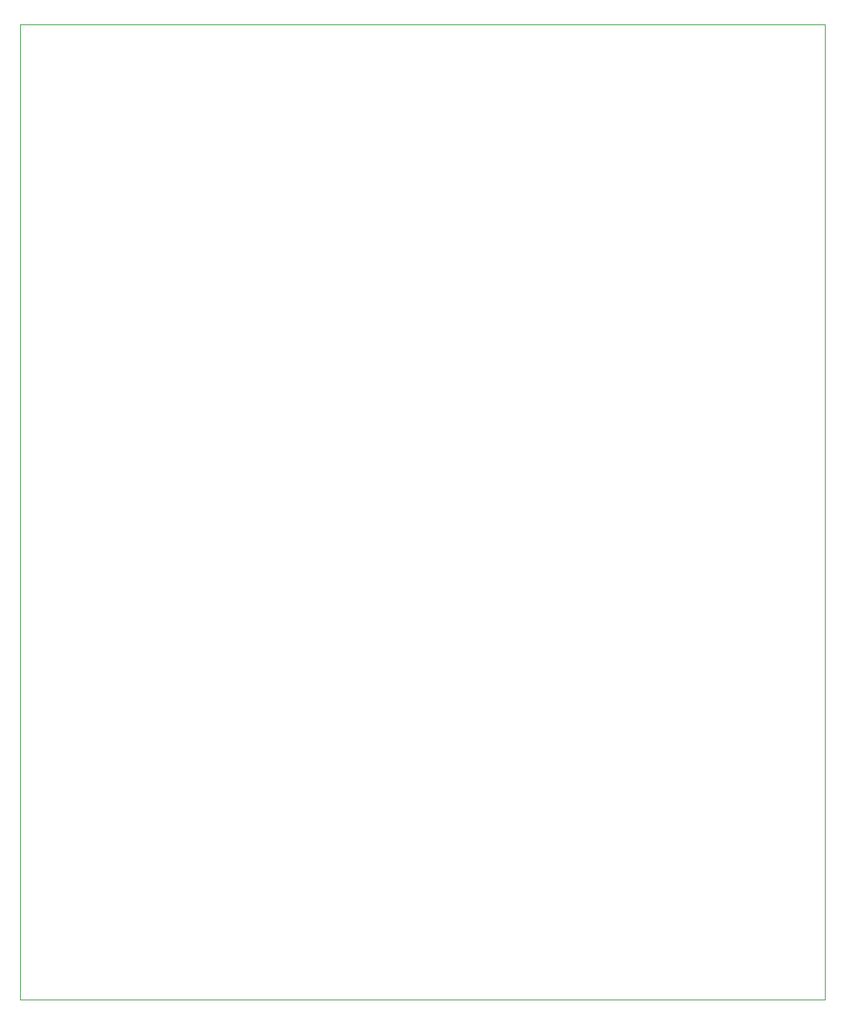
<source format=gm1>
G04 #@! TF.GenerationSoftware,KiCad,Pcbnew,(6.0.6)*
G04 #@! TF.CreationDate,2022-07-04T23:33:02+02:00*
G04 #@! TF.ProjectId,vogelhuisje_kicad,766f6765-6c68-4756-9973-6a655f6b6963,rev?*
G04 #@! TF.SameCoordinates,Original*
G04 #@! TF.FileFunction,Profile,NP*
%FSLAX46Y46*%
G04 Gerber Fmt 4.6, Leading zero omitted, Abs format (unit mm)*
G04 Created by KiCad (PCBNEW (6.0.6)) date 2022-07-04 23:33:02*
%MOMM*%
%LPD*%
G01*
G04 APERTURE LIST*
G04 #@! TA.AperFunction,Profile*
%ADD10C,0.038100*%
G04 #@! TD*
G04 APERTURE END LIST*
D10*
X62500000Y-67500000D02*
X157500000Y-67500000D01*
X157500000Y-67500000D02*
X157500000Y-182500000D01*
X157500000Y-182500000D02*
X62500000Y-182500000D01*
X62500000Y-182500000D02*
X62500000Y-67500000D01*
M02*

</source>
